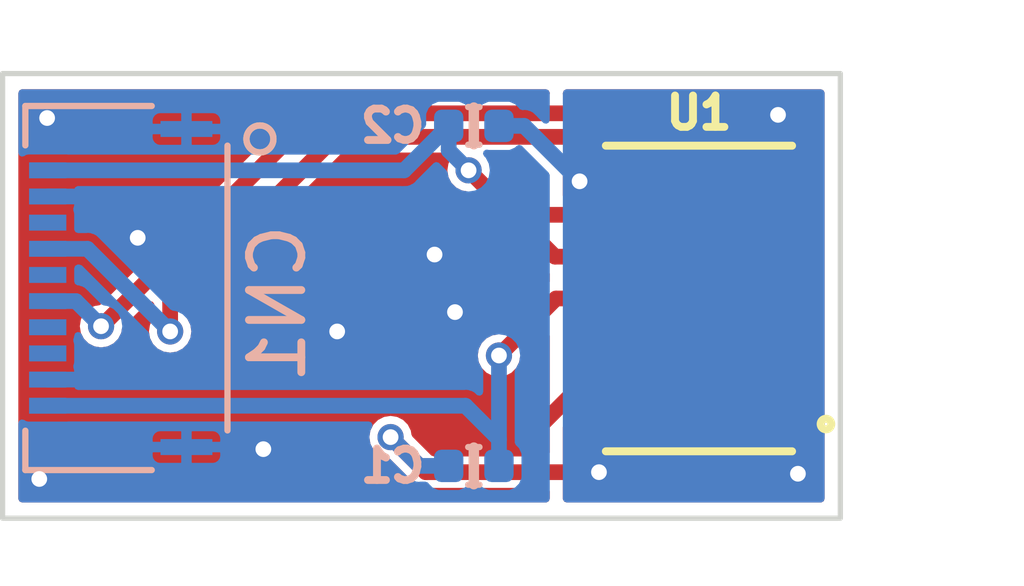
<source format=kicad_pcb>
(kicad_pcb (version 20211014) (generator pcbnew)
  (layers (0 "F.Cu" signal) (31 "B.Cu" signal) (34 "B.Paste" user) (35 "F.Paste" user) (36 "B.SilkS" user "B.Silkscreen") (37 "F.SilkS" user "F.Silkscreen") (38 "B.Mask" user) (39 "F.Mask" user) (44 "Edge.Cuts" user))
  (net 0 "")
  (net 1 "/PD_GND")
  (net 2 "+1V8")
  (net 3 "VPP_3_3V")
  (net 4 "U_GND")
  (net 7 "/PPG_SDA")
  (net 9 "/PPG_SCL")
  (footprint "User_library:MAX30102" (layer "F.Cu") (at 137.1 70 180)
    (fp_text reference "U1" (at 0 3.55 unlocked) (layer "F.SilkS") (effects (font (size 0.6 0.6))))
    (fp_text value "MAX30102EFD+T")
    (fp_line (start 1.778 -2.921) (end -1.778 -2.921) (layer "F.SilkS") (width 0.1524))
    (fp_line (start -1.778 2.921) (end 1.778 2.921) (layer "F.SilkS") (width 0.1524))
    (fp_circle (center -2.4256 -2.4) (end -2.324 -2.4) (layer "F.SilkS") (width 0.1524) (fill none))
    (pad "1" smd rect (at -1.1938 -2.4 180) (size 0.762 0.3556) (layers "F.Cu" "F.Paste" "F.Mask"))
    (pad "2" smd rect (at -1.1938 -1.599999 180) (size 0.762 0.3556) (layers "F.Cu" "F.Paste" "F.Mask") (net 9 "/PPG_SCL"))
    (pad "3" smd rect (at -1.1938 -0.800001 180) (size 0.762 0.3556) (layers "F.Cu" "F.Paste" "F.Mask") (net 7 "/PPG_SDA"))
    (pad "4" smd rect (at -1.1938 0 180) (size 0.762 0.3556) (layers "F.Cu" "F.Paste" "F.Mask") (net 1 "/PD_GND"))
    (pad "5" smd rect (at -1.1938 0.799998 180) (size 0.762 0.3556) (layers "F.Cu" "F.Paste" "F.Mask"))
    (pad "6" smd rect (at -1.1938 1.599999 180) (size 0.762 0.3556) (layers "F.Cu" "F.Paste" "F.Mask"))
    (pad "7" smd rect (at -1.1938 2.4 180) (size 0.762 0.3556) (layers "F.Cu" "F.Paste" "F.Mask"))
    (pad "8" smd rect (at 1.1938 2.4 180) (size 0.762 0.3556) (layers "F.Cu" "F.Paste" "F.Mask"))
    (pad "9" smd rect (at 1.1938 1.599999 180) (size 0.762 0.3556) (layers "F.Cu" "F.Paste" "F.Mask") (net 3 "VPP_3_3V"))
    (pad "10" smd rect (at 1.1938 0.800001 180) (size 0.762 0.3556) (layers "F.Cu" "F.Paste" "F.Mask") (net 3 "VPP_3_3V"))
    (pad "11" smd rect (at 1.1938 0 180) (size 0.762 0.3556) (layers "F.Cu" "F.Paste" "F.Mask") (net 2 "+1V8"))
    (pad "12" smd rect (at 1.1938 -0.799998 180) (size 0.762 0.3556) (layers "F.Cu" "F.Paste" "F.Mask") (net 4 "U_GND"))
    (pad "13" smd rect (at 1.1938 -1.599999 180) (size 0.762 0.3556) (layers "F.Cu" "F.Paste" "F.Mask"))
    (pad "14" smd rect (at 1.1938 -2.4 180) (size 0.762 0.3556) (layers "F.Cu" "F.Paste" "F.Mask"))
  )
  (footprint "User_library:UL_C_0402_1005Metric" (layer "B.Cu") (at 132.8 66.7)
    (fp_text reference "C2" (at -1.55 0) (layer "B.SilkS") (effects (font (size 0.6 0.6)) (justify mirror)))
    (fp_text value "1u")
    (fp_line (start -0.107836 0.36) (end 0.107836 0.36) (layer "B.SilkS") (width 0.12))
    (fp_line (start -0.107836 -0.36) (end 0.107836 -0.36) (layer "B.SilkS") (width 0.12))
    (fp_line (start 0 0.35) (end 0 -0.35) (layer "B.SilkS") (width 0.2))
    (pad "1" smd roundrect locked (at -0.48 0) (size 0.56 0.62) (layers "B.Cu" "B.Paste" "B.Mask") (net 3 "VPP_3_3V"))
    (pad "2" smd roundrect locked (at 0.48 0) (size 0.56 0.62) (layers "B.Cu" "B.Paste" "B.Mask") (net 1 "/PD_GND"))
  )
  (footprint "User_library:503480-1000" (layer "B.Cu") (at 126.164406 69.8 -90)
    (fp_text reference "CN1" (at 0.3 -2.885594 90) (layer "B.SilkS") (effects (justify mirror)))
    (fp_text value "503480-1000")
    (fp_line (start 3.4798 1.9304) (end 2.72739 1.9304) (layer "B.SilkS") (width 0.12))
    (fp_line (start -3.4798 1.9304) (end -3.4798 -0.483615) (layer "B.SilkS") (width 0.12))
    (fp_line (start -2.72739 1.9304) (end -3.4798 1.9304) (layer "B.SilkS") (width 0.12))
    (fp_line (start 3.4798 -0.483615) (end 3.4798 1.9304) (layer "B.SilkS") (width 0.12))
    (fp_line (start -2.721821 -1.9304) (end 2.721821 -1.9304) (layer "B.SilkS") (width 0.12))
    (fp_circle (center -2.85 -2.55) (end -2.5922 -2.55) (layer "B.SilkS") (width 0.12) (fill none))
    (fp_circle (center -2.85 -2.55) (end -2.5922 -2.5534) (layer "F.SilkS") (width 0.12) (fill none))
    (pad "1" smd rect (at -2.250001 1.5034 270) (size 0.3048 0.7112) (layers "B.Cu" "B.Paste" "B.Mask") (net 3 "VPP_3_3V"))
    (pad "2" smd rect (at -1.749999 1.5034 270) (size 0.3048 0.7112) (layers "B.Cu" "B.Paste" "B.Mask") (net 4 "U_GND"))
    (pad "3" smd rect (at -1.25 1.5034 270) (size 0.3048 0.7112) (layers "B.Cu" "B.Paste" "B.Mask"))
    (pad "4" smd rect (at -0.750001 1.5034 270) (size 0.3048 0.7112) (layers "B.Cu" "B.Paste" "B.Mask") (net 9 "/PPG_SCL"))
    (pad "5" smd rect (at -0.25 1.5034 270) (size 0.3048 0.7112) (layers "B.Cu" "B.Paste" "B.Mask"))
    (pad "6" smd rect (at 0.25 1.5034 270) (size 0.3048 0.7112) (layers "B.Cu" "B.Paste" "B.Mask") (net 7 "/PPG_SDA"))
    (pad "7" smd rect (at 0.750001 1.5034 270) (size 0.3048 0.7112) (layers "B.Cu" "B.Paste" "B.Mask"))
    (pad "8" smd rect (at 1.25 1.5034 270) (size 0.3048 0.7112) (layers "B.Cu" "B.Paste" "B.Mask"))
    (pad "9" smd rect (at 1.749999 1.5034 270) (size 0.3048 0.7112) (layers "B.Cu" "B.Paste" "B.Mask") (net 4 "U_GND"))
    (pad "10" smd rect (at 2.250001 1.5034 270) (size 0.3048 0.7112) (layers "B.Cu" "B.Paste" "B.Mask") (net 2 "+1V8"))
    (pad "11" smd rect (at -3.040002 -1.1466 270) (size 0.3048 0.9906) (layers "B.Cu" "B.Paste" "B.Mask") (net 4 "U_GND"))
    (pad "12" smd rect (at 3.040002 -1.1466 270) (size 0.3048 0.9906) (layers "B.Cu" "B.Paste" "B.Mask") (net 4 "U_GND"))
  )
  (footprint "User_library:UL_C_0402_1005Metric" (layer "B.Cu") (at 132.8 73.2)
    (fp_text reference "C1" (at -1.55 0) (layer "B.SilkS") (effects (font (size 0.6 0.6)) (justify mirror)))
    (fp_text value "1u")
    (fp_line (start -0.107836 -0.36) (end 0.107836 -0.36) (layer "B.SilkS") (width 0.12))
    (fp_line (start -0.107836 0.36) (end 0.107836 0.36) (layer "B.SilkS") (width 0.12))
    (fp_line (start 0 0.35) (end 0 -0.35) (layer "B.SilkS") (width 0.2))
    (pad "1" smd roundrect locked (at -0.48 0) (size 0.56 0.62) (layers "B.Cu" "B.Paste" "B.Mask") (net 1 "/PD_GND"))
    (pad "2" smd roundrect locked (at 0.48 0) (size 0.56 0.62) (layers "B.Cu" "B.Paste" "B.Mask") (net 2 "+1V8"))
  )
  (gr_rect (start 123.8 65.7) (end 139.8 74.2) (layer "Edge.Cuts") (width 0.1) (fill none))
  (segment (start 135.19 73.32) (end 131.88 73.32) (width 0.3) (layer "F.Cu") (net 1))
  (segment (start 138.99 73.35) (end 138.96 73.32) (width 0.3) (layer "F.Cu") (net 1))
  (segment (start 131.88 73.32) (end 131.21 72.65) (width 0.3) (layer "F.Cu") (net 1))
  (segment (start 138.96 73.32) (end 135.19 73.32) (width 0.3) (layer "F.Cu") (net 1))
  (via (at 135.19 73.32) (size 0.5) (drill 0.3) (layers "F.Cu" "B.Cu") (net 1))
  (via (at 138.61 66.49) (size 0.5) (drill 0.3) (layers "F.Cu" "B.Cu") (net 1))
  (via (at 131.21 72.65) (size 0.5) (drill 0.3) (layers "F.Cu" "B.Cu") (net 1))
  (via (at 138.99 73.35) (size 0.5) (drill 0.3) (layers "F.Cu" "B.Cu") (net 1))
  (via (at 134.82 67.76) (size 0.5) (drill 0.3) (layers "F.Cu" "B.Cu") (net 1))
  (segment (start 133.76 66.7) (end 133.28 66.7) (width 0.3) (layer "B.Cu") (net 1))
  (segment (start 131.76 73.2) (end 131.21 72.65) (width 0.3) (layer "B.Cu") (net 1))
  (segment (start 138.61 66.49) (end 137.34 67.76) (width 0.3) (layer "B.Cu") (net 1))
  (segment (start 132.32 73.2) (end 131.76 73.2) (width 0.3) (layer "B.Cu") (net 1))
  (segment (start 137.34 67.76) (end 134.82 67.76) (width 0.3) (layer "B.Cu") (net 1))
  (segment (start 134.82 67.76) (end 133.76 66.7) (width 0.3) (layer "B.Cu") (net 1))
  (segment (start 134.37 70) (end 135.9062 70) (width 0.3) (layer "F.Cu") (net 2))
  (segment (start 133.28 71.09) (end 134.37 70) (width 0.3) (layer "F.Cu") (net 2))
  (via (at 133.28 71.09) (size 0.5) (drill 0.3) (layers "F.Cu" "B.Cu") (net 2))
  (segment (start 124.661006 72.050001) (end 132.640001 72.050001) (width 0.3) (layer "B.Cu") (net 2))
  (segment (start 132.640001 72.050001) (end 133.28 72.69) (width 0.3) (layer "B.Cu") (net 2))
  (segment (start 133.28 71.09) (end 133.28 73.2) (width 0.3) (layer "B.Cu") (net 2))
  (segment (start 133.550001 68.400001) (end 135.9062 68.400001) (width 0.3) (layer "F.Cu") (net 3))
  (segment (start 132.7 67.55) (end 134.349999 69.199999) (width 0.3) (layer "F.Cu") (net 3))
  (segment (start 135.9062 69.199999) (end 134.349999 69.199999) (width 0.3) (layer "F.Cu") (net 3))
  (via (at 132.7 67.55) (size 0.5) (drill 0.3) (layers "F.Cu" "B.Cu") (net 3))
  (segment (start 132.32 66.7) (end 132.32 67.17) (width 0.3) (layer "B.Cu") (net 3))
  (segment (start 131.470001 67.549999) (end 132.32 66.7) (width 0.3) (layer "B.Cu") (net 3))
  (segment (start 124.661006 67.549999) (end 131.470001 67.549999) (width 0.3) (layer "B.Cu") (net 3))
  (segment (start 132.32 67.17) (end 132.7 67.55) (width 0.3) (layer "B.Cu") (net 3))
  (segment (start 134.022998 72.48) (end 135.703 70.799998) (width 0.3) (layer "F.Cu") (net 4))
  (segment (start 132.04 72.48) (end 134.022998 72.48) (width 0.3) (layer "F.Cu") (net 4))
  (segment (start 130.19 70.63) (end 132.04 72.48) (width 0.3) (layer "F.Cu") (net 4))
  (segment (start 135.703 70.799998) (end 135.9062 70.799998) (width 0.3) (layer "F.Cu") (net 4))
  (via (at 126.38 68.84) (size 0.5) (drill 0.3) (layers "F.Cu" "B.Cu") (net 4))
  (via (at 132.05 69.16) (size 0.5) (drill 0.3) (layers "F.Cu" "B.Cu") (net 4))
  (via (at 128.78 72.88) (size 0.5) (drill 0.3) (layers "F.Cu" "B.Cu") (net 4))
  (via (at 124.5 73.45) (size 0.5) (drill 0.3) (layers "F.Cu" "B.Cu") (net 4))
  (via (at 132.44 70.26) (size 0.5) (drill 0.3) (layers "F.Cu" "B.Cu") (net 4))
  (via (at 124.65 66.55) (size 0.5) (drill 0.3) (layers "F.Cu" "B.Cu") (net 4))
  (via (at 130.19 70.63) (size 0.5) (drill 0.3) (layers "F.Cu" "B.Cu") (net 4))
  (segment (start 132.05 69.16) (end 130.940001 68.050001) (width 0.3) (layer "B.Cu") (net 4))
  (segment (start 130.940001 68.050001) (end 124.661006 68.050001) (width 0.3) (layer "B.Cu") (net 4))
  (segment (start 129.270001 71.549999) (end 130.19 70.63) (width 0.3) (layer "B.Cu") (net 4))
  (segment (start 124.661006 71.549999) (end 129.270001 71.549999) (width 0.3) (layer "B.Cu") (net 4))
  (segment (start 129.76 66.46) (end 136.52 66.46) (width 0.3) (layer "F.Cu") (net 7))
  (segment (start 125.68 70.53) (end 125.69 70.53) (width 0.3) (layer "F.Cu") (net 7))
  (segment (start 137.37 70.134022) (end 138.035979 70.800001) (width 0.3) (layer "F.Cu") (net 7))
  (segment (start 125.69 70.53) (end 129.76 66.46) (width 0.3) (layer "F.Cu") (net 7))
  (segment (start 136.52 66.46) (end 137.37 67.31) (width 0.3) (layer "F.Cu") (net 7))
  (segment (start 137.37 67.31) (end 137.37 70.134022) (width 0.3) (layer "F.Cu") (net 7))
  (segment (start 138.035979 70.800001) (end 138.2938 70.800001) (width 0.3) (layer "F.Cu") (net 7))
  (via (at 125.68 70.53) (size 0.5) (drill 0.3) (layers "F.Cu" "B.Cu") (net 7))
  (segment (start 124.661006 70.05) (end 125.2 70.05) (width 0.3) (layer "B.Cu") (net 7))
  (segment (start 125.2 70.05) (end 125.68 70.53) (width 0.3) (layer "B.Cu") (net 7))
  (segment (start 130.16 66.91) (end 127 70.07) (width 0.3) (layer "F.Cu") (net 9))
  (segment (start 136.97 67.64) (end 136.24 66.91) (width 0.3) (layer "F.Cu") (net 9))
  (segment (start 138.2938 71.599999) (end 138.0906 71.599999) (width 0.3) (layer "F.Cu") (net 9))
  (segment (start 136.97 70.479399) (end 136.97 67.64) (width 0.3) (layer "F.Cu") (net 9))
  (segment (start 138.0906 71.599999) (end 136.97 70.479399) (width 0.3) (layer "F.Cu") (net 9))
  (segment (start 136.24 66.91) (end 130.16 66.91) (width 0.3) (layer "F.Cu") (net 9))
  (segment (start 127 70.07) (end 127 70.63) (width 0.3) (layer "F.Cu") (net 9))
  (via (at 127 70.63) (size 0.5) (drill 0.3) (layers "F.Cu" "B.Cu") (net 9))
  (segment (start 125.419999 69.049999) (end 127 70.63) (width 0.3) (layer "B.Cu") (net 9))
  (segment (start 124.661006 69.049999) (end 125.419999 69.049999) (width 0.3) (layer "B.Cu") (net 9))
  (zone (net 1) (net_name "/PD_GND") (layer "F.Cu") (connect_pads (clearance 0.15)) (min_thickness 0.15) (fill yes (thermal_gap 0.15) (thermal_bridge_width 0.15))
    (polygon (pts (xy 139.65 74.05) (xy 134.5 74.05) (xy 134.5 65.85) (xy 139.65 65.85)))
  )
  (zone (net 4) (net_name "U_GND") (layer "F.Cu") (connect_pads (clearance 0.15)) (min_thickness 0.15) (fill yes (thermal_gap 0.15) (thermal_bridge_width 0.15))
    (polygon (pts (xy 134.25 74.05) (xy 123.95 74.05) (xy 123.95 65.85) (xy 134.25 65.85)))
  )
  (zone (net 4) (net_name "U_GND") (layer "B.Cu") (connect_pads (clearance 0.15)) (min_thickness 0.15) (fill yes (thermal_gap 0.15) (thermal_bridge_width 0.2))
    (polygon (pts (xy 134.25 74.05) (xy 123.95 74.05) (xy 123.95 65.85) (xy 134.25 65.85)))
  )
  (zone (net 1) (net_name "/PD_GND") (layer "B.Cu") (connect_pads (clearance 0.15)) (min_thickness 0.15) (fill yes (thermal_gap 0.15) (thermal_bridge_width 0.15))
    (polygon (pts (xy 139.65 74.05) (xy 134.5 74.05) (xy 134.5 65.85) (xy 139.65 65.85)))
  )
)
</source>
